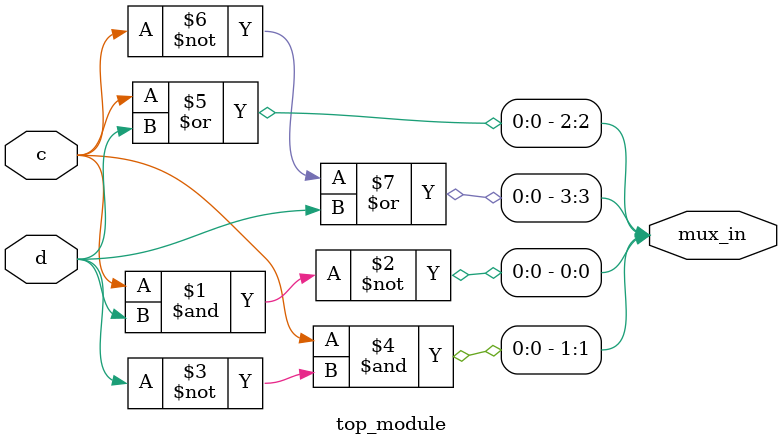
<source format=sv>
module top_module (
  input c,
  input d,
  output [3:0] mux_in
);


// Assigning values to the outputs of the 4-to-1 multiplexer based on the given Karnaugh map
assign mux_in[0] = ~(c & d);
assign mux_in[1] = c & ~d;
assign mux_in[2] = c | d;
assign mux_in[3] = ~c | d;

endmodule

</source>
